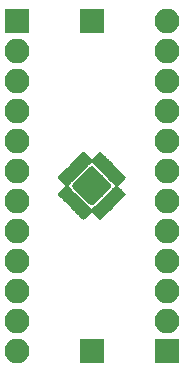
<source format=gbr>
G04 #@! TF.GenerationSoftware,KiCad,Pcbnew,(5.0.0-3-g5ebb6b6)*
G04 #@! TF.CreationDate,2019-01-26T00:17:38+00:00*
G04 #@! TF.ProjectId,QFN24_DIP,51464E32345F4449502E6B696361645F,rev?*
G04 #@! TF.SameCoordinates,Original*
G04 #@! TF.FileFunction,Soldermask,Top*
G04 #@! TF.FilePolarity,Negative*
%FSLAX46Y46*%
G04 Gerber Fmt 4.6, Leading zero omitted, Abs format (unit mm)*
G04 Created by KiCad (PCBNEW (5.0.0-3-g5ebb6b6)) date Saturday, 26 January 2019 at 00:17:38*
%MOMM*%
%LPD*%
G01*
G04 APERTURE LIST*
%ADD10R,2.100000X2.100000*%
%ADD11O,2.100000X2.100000*%
%ADD12C,0.100000*%
%ADD13C,2.500000*%
%ADD14C,0.650000*%
G04 APERTURE END LIST*
D10*
G04 #@! TO.C,J1*
X101600000Y-76200000D03*
D11*
X101600000Y-78740000D03*
X101600000Y-81280000D03*
X101600000Y-83820000D03*
X101600000Y-86360000D03*
X101600000Y-88900000D03*
X101600000Y-91440000D03*
X101600000Y-93980000D03*
X101600000Y-96520000D03*
X101600000Y-99060000D03*
X101600000Y-101600000D03*
X101600000Y-104140000D03*
G04 #@! TD*
G04 #@! TO.C,J2*
X114300000Y-76200000D03*
X114300000Y-78740000D03*
X114300000Y-81280000D03*
X114300000Y-83820000D03*
X114300000Y-86360000D03*
X114300000Y-88900000D03*
X114300000Y-91440000D03*
X114300000Y-93980000D03*
X114300000Y-96520000D03*
X114300000Y-99060000D03*
X114300000Y-101600000D03*
D10*
X114300000Y-104140000D03*
G04 #@! TD*
G04 #@! TO.C,J3*
X107950000Y-76200000D03*
G04 #@! TD*
G04 #@! TO.C,J4*
X107950000Y-104140000D03*
G04 #@! TD*
D12*
G04 #@! TO.C,U1*
G36*
X107979172Y-88526944D02*
X108008063Y-88531230D01*
X108036395Y-88538326D01*
X108063894Y-88548166D01*
X108090297Y-88560654D01*
X108115349Y-88575669D01*
X108138808Y-88593068D01*
X108160449Y-88612682D01*
X109507318Y-89959551D01*
X109526932Y-89981192D01*
X109544331Y-90004651D01*
X109559346Y-90029703D01*
X109571834Y-90056106D01*
X109581674Y-90083605D01*
X109588770Y-90111937D01*
X109593056Y-90140828D01*
X109594489Y-90170000D01*
X109593056Y-90199172D01*
X109588770Y-90228063D01*
X109581674Y-90256395D01*
X109571834Y-90283894D01*
X109559346Y-90310297D01*
X109544331Y-90335349D01*
X109526932Y-90358808D01*
X109507318Y-90380449D01*
X108160449Y-91727318D01*
X108138808Y-91746932D01*
X108115349Y-91764331D01*
X108090297Y-91779346D01*
X108063894Y-91791834D01*
X108036395Y-91801674D01*
X108008063Y-91808770D01*
X107979172Y-91813056D01*
X107950000Y-91814489D01*
X107920828Y-91813056D01*
X107891937Y-91808770D01*
X107863605Y-91801674D01*
X107836106Y-91791834D01*
X107809703Y-91779346D01*
X107784651Y-91764331D01*
X107761192Y-91746932D01*
X107739551Y-91727318D01*
X106392682Y-90380449D01*
X106373068Y-90358808D01*
X106355669Y-90335349D01*
X106340654Y-90310297D01*
X106328166Y-90283894D01*
X106318326Y-90256395D01*
X106311230Y-90228063D01*
X106306944Y-90199172D01*
X106305511Y-90170000D01*
X106306944Y-90140828D01*
X106311230Y-90111937D01*
X106318326Y-90083605D01*
X106328166Y-90056106D01*
X106340654Y-90029703D01*
X106355669Y-90004651D01*
X106373068Y-89981192D01*
X106392682Y-89959551D01*
X107739551Y-88612682D01*
X107761192Y-88593068D01*
X107784651Y-88575669D01*
X107809703Y-88560654D01*
X107836106Y-88548166D01*
X107863605Y-88538326D01*
X107891937Y-88531230D01*
X107920828Y-88526944D01*
X107950000Y-88525511D01*
X107979172Y-88526944D01*
X107979172Y-88526944D01*
G37*
D13*
X107950000Y-90170000D03*
D12*
G36*
X107258821Y-87303599D02*
X107274595Y-87305939D01*
X107290064Y-87309814D01*
X107305079Y-87315187D01*
X107319495Y-87322005D01*
X107333173Y-87330203D01*
X107345982Y-87339703D01*
X107357798Y-87350412D01*
X107958839Y-87951453D01*
X107969548Y-87963269D01*
X107979048Y-87976078D01*
X107987246Y-87989756D01*
X107994064Y-88004172D01*
X107999437Y-88019187D01*
X108003312Y-88034656D01*
X108005652Y-88050430D01*
X108006434Y-88066358D01*
X108005652Y-88082286D01*
X108003312Y-88098060D01*
X107999437Y-88113529D01*
X107994064Y-88128544D01*
X107987246Y-88142960D01*
X107979048Y-88156638D01*
X107969548Y-88169447D01*
X107958839Y-88181263D01*
X107729030Y-88411072D01*
X107717214Y-88421781D01*
X107704405Y-88431281D01*
X107690727Y-88439479D01*
X107676311Y-88446297D01*
X107661296Y-88451670D01*
X107645827Y-88455545D01*
X107630053Y-88457885D01*
X107614125Y-88458667D01*
X107598197Y-88457885D01*
X107582423Y-88455545D01*
X107566954Y-88451670D01*
X107551939Y-88446297D01*
X107537523Y-88439479D01*
X107523845Y-88431281D01*
X107511036Y-88421781D01*
X107499220Y-88411072D01*
X106898179Y-87810031D01*
X106887470Y-87798215D01*
X106877970Y-87785406D01*
X106869772Y-87771728D01*
X106862954Y-87757312D01*
X106857581Y-87742297D01*
X106853706Y-87726828D01*
X106851366Y-87711054D01*
X106850584Y-87695126D01*
X106851366Y-87679198D01*
X106853706Y-87663424D01*
X106857581Y-87647955D01*
X106862954Y-87632940D01*
X106869772Y-87618524D01*
X106877970Y-87604846D01*
X106887470Y-87592037D01*
X106898179Y-87580221D01*
X107127988Y-87350412D01*
X107139804Y-87339703D01*
X107152613Y-87330203D01*
X107166291Y-87322005D01*
X107180707Y-87315187D01*
X107195722Y-87309814D01*
X107211191Y-87305939D01*
X107226965Y-87303599D01*
X107242893Y-87302817D01*
X107258821Y-87303599D01*
X107258821Y-87303599D01*
G37*
D14*
X107428509Y-87880742D03*
D12*
G36*
X106905267Y-87657152D02*
X106921041Y-87659492D01*
X106936510Y-87663367D01*
X106951525Y-87668740D01*
X106965941Y-87675558D01*
X106979619Y-87683756D01*
X106992428Y-87693256D01*
X107004244Y-87703965D01*
X107605285Y-88305006D01*
X107615994Y-88316822D01*
X107625494Y-88329631D01*
X107633692Y-88343309D01*
X107640510Y-88357725D01*
X107645883Y-88372740D01*
X107649758Y-88388209D01*
X107652098Y-88403983D01*
X107652880Y-88419911D01*
X107652098Y-88435839D01*
X107649758Y-88451613D01*
X107645883Y-88467082D01*
X107640510Y-88482097D01*
X107633692Y-88496513D01*
X107625494Y-88510191D01*
X107615994Y-88523000D01*
X107605285Y-88534816D01*
X107375476Y-88764625D01*
X107363660Y-88775334D01*
X107350851Y-88784834D01*
X107337173Y-88793032D01*
X107322757Y-88799850D01*
X107307742Y-88805223D01*
X107292273Y-88809098D01*
X107276499Y-88811438D01*
X107260571Y-88812220D01*
X107244643Y-88811438D01*
X107228869Y-88809098D01*
X107213400Y-88805223D01*
X107198385Y-88799850D01*
X107183969Y-88793032D01*
X107170291Y-88784834D01*
X107157482Y-88775334D01*
X107145666Y-88764625D01*
X106544625Y-88163584D01*
X106533916Y-88151768D01*
X106524416Y-88138959D01*
X106516218Y-88125281D01*
X106509400Y-88110865D01*
X106504027Y-88095850D01*
X106500152Y-88080381D01*
X106497812Y-88064607D01*
X106497030Y-88048679D01*
X106497812Y-88032751D01*
X106500152Y-88016977D01*
X106504027Y-88001508D01*
X106509400Y-87986493D01*
X106516218Y-87972077D01*
X106524416Y-87958399D01*
X106533916Y-87945590D01*
X106544625Y-87933774D01*
X106774434Y-87703965D01*
X106786250Y-87693256D01*
X106799059Y-87683756D01*
X106812737Y-87675558D01*
X106827153Y-87668740D01*
X106842168Y-87663367D01*
X106857637Y-87659492D01*
X106873411Y-87657152D01*
X106889339Y-87656370D01*
X106905267Y-87657152D01*
X106905267Y-87657152D01*
G37*
D14*
X107074955Y-88234295D03*
D12*
G36*
X106551714Y-88010706D02*
X106567488Y-88013046D01*
X106582957Y-88016921D01*
X106597972Y-88022294D01*
X106612388Y-88029112D01*
X106626066Y-88037310D01*
X106638875Y-88046810D01*
X106650691Y-88057519D01*
X107251732Y-88658560D01*
X107262441Y-88670376D01*
X107271941Y-88683185D01*
X107280139Y-88696863D01*
X107286957Y-88711279D01*
X107292330Y-88726294D01*
X107296205Y-88741763D01*
X107298545Y-88757537D01*
X107299327Y-88773465D01*
X107298545Y-88789393D01*
X107296205Y-88805167D01*
X107292330Y-88820636D01*
X107286957Y-88835651D01*
X107280139Y-88850067D01*
X107271941Y-88863745D01*
X107262441Y-88876554D01*
X107251732Y-88888370D01*
X107021923Y-89118179D01*
X107010107Y-89128888D01*
X106997298Y-89138388D01*
X106983620Y-89146586D01*
X106969204Y-89153404D01*
X106954189Y-89158777D01*
X106938720Y-89162652D01*
X106922946Y-89164992D01*
X106907018Y-89165774D01*
X106891090Y-89164992D01*
X106875316Y-89162652D01*
X106859847Y-89158777D01*
X106844832Y-89153404D01*
X106830416Y-89146586D01*
X106816738Y-89138388D01*
X106803929Y-89128888D01*
X106792113Y-89118179D01*
X106191072Y-88517138D01*
X106180363Y-88505322D01*
X106170863Y-88492513D01*
X106162665Y-88478835D01*
X106155847Y-88464419D01*
X106150474Y-88449404D01*
X106146599Y-88433935D01*
X106144259Y-88418161D01*
X106143477Y-88402233D01*
X106144259Y-88386305D01*
X106146599Y-88370531D01*
X106150474Y-88355062D01*
X106155847Y-88340047D01*
X106162665Y-88325631D01*
X106170863Y-88311953D01*
X106180363Y-88299144D01*
X106191072Y-88287328D01*
X106420881Y-88057519D01*
X106432697Y-88046810D01*
X106445506Y-88037310D01*
X106459184Y-88029112D01*
X106473600Y-88022294D01*
X106488615Y-88016921D01*
X106504084Y-88013046D01*
X106519858Y-88010706D01*
X106535786Y-88009924D01*
X106551714Y-88010706D01*
X106551714Y-88010706D01*
G37*
D14*
X106721402Y-88587849D03*
D12*
G36*
X106198161Y-88364259D02*
X106213935Y-88366599D01*
X106229404Y-88370474D01*
X106244419Y-88375847D01*
X106258835Y-88382665D01*
X106272513Y-88390863D01*
X106285322Y-88400363D01*
X106297138Y-88411072D01*
X106898179Y-89012113D01*
X106908888Y-89023929D01*
X106918388Y-89036738D01*
X106926586Y-89050416D01*
X106933404Y-89064832D01*
X106938777Y-89079847D01*
X106942652Y-89095316D01*
X106944992Y-89111090D01*
X106945774Y-89127018D01*
X106944992Y-89142946D01*
X106942652Y-89158720D01*
X106938777Y-89174189D01*
X106933404Y-89189204D01*
X106926586Y-89203620D01*
X106918388Y-89217298D01*
X106908888Y-89230107D01*
X106898179Y-89241923D01*
X106668370Y-89471732D01*
X106656554Y-89482441D01*
X106643745Y-89491941D01*
X106630067Y-89500139D01*
X106615651Y-89506957D01*
X106600636Y-89512330D01*
X106585167Y-89516205D01*
X106569393Y-89518545D01*
X106553465Y-89519327D01*
X106537537Y-89518545D01*
X106521763Y-89516205D01*
X106506294Y-89512330D01*
X106491279Y-89506957D01*
X106476863Y-89500139D01*
X106463185Y-89491941D01*
X106450376Y-89482441D01*
X106438560Y-89471732D01*
X105837519Y-88870691D01*
X105826810Y-88858875D01*
X105817310Y-88846066D01*
X105809112Y-88832388D01*
X105802294Y-88817972D01*
X105796921Y-88802957D01*
X105793046Y-88787488D01*
X105790706Y-88771714D01*
X105789924Y-88755786D01*
X105790706Y-88739858D01*
X105793046Y-88724084D01*
X105796921Y-88708615D01*
X105802294Y-88693600D01*
X105809112Y-88679184D01*
X105817310Y-88665506D01*
X105826810Y-88652697D01*
X105837519Y-88640881D01*
X106067328Y-88411072D01*
X106079144Y-88400363D01*
X106091953Y-88390863D01*
X106105631Y-88382665D01*
X106120047Y-88375847D01*
X106135062Y-88370474D01*
X106150531Y-88366599D01*
X106166305Y-88364259D01*
X106182233Y-88363477D01*
X106198161Y-88364259D01*
X106198161Y-88364259D01*
G37*
D14*
X106367849Y-88941402D03*
D12*
G36*
X105844607Y-88717812D02*
X105860381Y-88720152D01*
X105875850Y-88724027D01*
X105890865Y-88729400D01*
X105905281Y-88736218D01*
X105918959Y-88744416D01*
X105931768Y-88753916D01*
X105943584Y-88764625D01*
X106544625Y-89365666D01*
X106555334Y-89377482D01*
X106564834Y-89390291D01*
X106573032Y-89403969D01*
X106579850Y-89418385D01*
X106585223Y-89433400D01*
X106589098Y-89448869D01*
X106591438Y-89464643D01*
X106592220Y-89480571D01*
X106591438Y-89496499D01*
X106589098Y-89512273D01*
X106585223Y-89527742D01*
X106579850Y-89542757D01*
X106573032Y-89557173D01*
X106564834Y-89570851D01*
X106555334Y-89583660D01*
X106544625Y-89595476D01*
X106314816Y-89825285D01*
X106303000Y-89835994D01*
X106290191Y-89845494D01*
X106276513Y-89853692D01*
X106262097Y-89860510D01*
X106247082Y-89865883D01*
X106231613Y-89869758D01*
X106215839Y-89872098D01*
X106199911Y-89872880D01*
X106183983Y-89872098D01*
X106168209Y-89869758D01*
X106152740Y-89865883D01*
X106137725Y-89860510D01*
X106123309Y-89853692D01*
X106109631Y-89845494D01*
X106096822Y-89835994D01*
X106085006Y-89825285D01*
X105483965Y-89224244D01*
X105473256Y-89212428D01*
X105463756Y-89199619D01*
X105455558Y-89185941D01*
X105448740Y-89171525D01*
X105443367Y-89156510D01*
X105439492Y-89141041D01*
X105437152Y-89125267D01*
X105436370Y-89109339D01*
X105437152Y-89093411D01*
X105439492Y-89077637D01*
X105443367Y-89062168D01*
X105448740Y-89047153D01*
X105455558Y-89032737D01*
X105463756Y-89019059D01*
X105473256Y-89006250D01*
X105483965Y-88994434D01*
X105713774Y-88764625D01*
X105725590Y-88753916D01*
X105738399Y-88744416D01*
X105752077Y-88736218D01*
X105766493Y-88729400D01*
X105781508Y-88724027D01*
X105796977Y-88720152D01*
X105812751Y-88717812D01*
X105828679Y-88717030D01*
X105844607Y-88717812D01*
X105844607Y-88717812D01*
G37*
D14*
X106014295Y-89294955D03*
D12*
G36*
X105491054Y-89071366D02*
X105506828Y-89073706D01*
X105522297Y-89077581D01*
X105537312Y-89082954D01*
X105551728Y-89089772D01*
X105565406Y-89097970D01*
X105578215Y-89107470D01*
X105590031Y-89118179D01*
X106191072Y-89719220D01*
X106201781Y-89731036D01*
X106211281Y-89743845D01*
X106219479Y-89757523D01*
X106226297Y-89771939D01*
X106231670Y-89786954D01*
X106235545Y-89802423D01*
X106237885Y-89818197D01*
X106238667Y-89834125D01*
X106237885Y-89850053D01*
X106235545Y-89865827D01*
X106231670Y-89881296D01*
X106226297Y-89896311D01*
X106219479Y-89910727D01*
X106211281Y-89924405D01*
X106201781Y-89937214D01*
X106191072Y-89949030D01*
X105961263Y-90178839D01*
X105949447Y-90189548D01*
X105936638Y-90199048D01*
X105922960Y-90207246D01*
X105908544Y-90214064D01*
X105893529Y-90219437D01*
X105878060Y-90223312D01*
X105862286Y-90225652D01*
X105846358Y-90226434D01*
X105830430Y-90225652D01*
X105814656Y-90223312D01*
X105799187Y-90219437D01*
X105784172Y-90214064D01*
X105769756Y-90207246D01*
X105756078Y-90199048D01*
X105743269Y-90189548D01*
X105731453Y-90178839D01*
X105130412Y-89577798D01*
X105119703Y-89565982D01*
X105110203Y-89553173D01*
X105102005Y-89539495D01*
X105095187Y-89525079D01*
X105089814Y-89510064D01*
X105085939Y-89494595D01*
X105083599Y-89478821D01*
X105082817Y-89462893D01*
X105083599Y-89446965D01*
X105085939Y-89431191D01*
X105089814Y-89415722D01*
X105095187Y-89400707D01*
X105102005Y-89386291D01*
X105110203Y-89372613D01*
X105119703Y-89359804D01*
X105130412Y-89347988D01*
X105360221Y-89118179D01*
X105372037Y-89107470D01*
X105384846Y-89097970D01*
X105398524Y-89089772D01*
X105412940Y-89082954D01*
X105427955Y-89077581D01*
X105443424Y-89073706D01*
X105459198Y-89071366D01*
X105475126Y-89070584D01*
X105491054Y-89071366D01*
X105491054Y-89071366D01*
G37*
D14*
X105660742Y-89648509D03*
D12*
G36*
X105862286Y-90114348D02*
X105878060Y-90116688D01*
X105893529Y-90120563D01*
X105908544Y-90125936D01*
X105922960Y-90132754D01*
X105936638Y-90140952D01*
X105949447Y-90150452D01*
X105961263Y-90161161D01*
X106191072Y-90390970D01*
X106201781Y-90402786D01*
X106211281Y-90415595D01*
X106219479Y-90429273D01*
X106226297Y-90443689D01*
X106231670Y-90458704D01*
X106235545Y-90474173D01*
X106237885Y-90489947D01*
X106238667Y-90505875D01*
X106237885Y-90521803D01*
X106235545Y-90537577D01*
X106231670Y-90553046D01*
X106226297Y-90568061D01*
X106219479Y-90582477D01*
X106211281Y-90596155D01*
X106201781Y-90608964D01*
X106191072Y-90620780D01*
X105590031Y-91221821D01*
X105578215Y-91232530D01*
X105565406Y-91242030D01*
X105551728Y-91250228D01*
X105537312Y-91257046D01*
X105522297Y-91262419D01*
X105506828Y-91266294D01*
X105491054Y-91268634D01*
X105475126Y-91269416D01*
X105459198Y-91268634D01*
X105443424Y-91266294D01*
X105427955Y-91262419D01*
X105412940Y-91257046D01*
X105398524Y-91250228D01*
X105384846Y-91242030D01*
X105372037Y-91232530D01*
X105360221Y-91221821D01*
X105130412Y-90992012D01*
X105119703Y-90980196D01*
X105110203Y-90967387D01*
X105102005Y-90953709D01*
X105095187Y-90939293D01*
X105089814Y-90924278D01*
X105085939Y-90908809D01*
X105083599Y-90893035D01*
X105082817Y-90877107D01*
X105083599Y-90861179D01*
X105085939Y-90845405D01*
X105089814Y-90829936D01*
X105095187Y-90814921D01*
X105102005Y-90800505D01*
X105110203Y-90786827D01*
X105119703Y-90774018D01*
X105130412Y-90762202D01*
X105731453Y-90161161D01*
X105743269Y-90150452D01*
X105756078Y-90140952D01*
X105769756Y-90132754D01*
X105784172Y-90125936D01*
X105799187Y-90120563D01*
X105814656Y-90116688D01*
X105830430Y-90114348D01*
X105846358Y-90113566D01*
X105862286Y-90114348D01*
X105862286Y-90114348D01*
G37*
D14*
X105660742Y-90691491D03*
D12*
G36*
X106215839Y-90467902D02*
X106231613Y-90470242D01*
X106247082Y-90474117D01*
X106262097Y-90479490D01*
X106276513Y-90486308D01*
X106290191Y-90494506D01*
X106303000Y-90504006D01*
X106314816Y-90514715D01*
X106544625Y-90744524D01*
X106555334Y-90756340D01*
X106564834Y-90769149D01*
X106573032Y-90782827D01*
X106579850Y-90797243D01*
X106585223Y-90812258D01*
X106589098Y-90827727D01*
X106591438Y-90843501D01*
X106592220Y-90859429D01*
X106591438Y-90875357D01*
X106589098Y-90891131D01*
X106585223Y-90906600D01*
X106579850Y-90921615D01*
X106573032Y-90936031D01*
X106564834Y-90949709D01*
X106555334Y-90962518D01*
X106544625Y-90974334D01*
X105943584Y-91575375D01*
X105931768Y-91586084D01*
X105918959Y-91595584D01*
X105905281Y-91603782D01*
X105890865Y-91610600D01*
X105875850Y-91615973D01*
X105860381Y-91619848D01*
X105844607Y-91622188D01*
X105828679Y-91622970D01*
X105812751Y-91622188D01*
X105796977Y-91619848D01*
X105781508Y-91615973D01*
X105766493Y-91610600D01*
X105752077Y-91603782D01*
X105738399Y-91595584D01*
X105725590Y-91586084D01*
X105713774Y-91575375D01*
X105483965Y-91345566D01*
X105473256Y-91333750D01*
X105463756Y-91320941D01*
X105455558Y-91307263D01*
X105448740Y-91292847D01*
X105443367Y-91277832D01*
X105439492Y-91262363D01*
X105437152Y-91246589D01*
X105436370Y-91230661D01*
X105437152Y-91214733D01*
X105439492Y-91198959D01*
X105443367Y-91183490D01*
X105448740Y-91168475D01*
X105455558Y-91154059D01*
X105463756Y-91140381D01*
X105473256Y-91127572D01*
X105483965Y-91115756D01*
X106085006Y-90514715D01*
X106096822Y-90504006D01*
X106109631Y-90494506D01*
X106123309Y-90486308D01*
X106137725Y-90479490D01*
X106152740Y-90474117D01*
X106168209Y-90470242D01*
X106183983Y-90467902D01*
X106199911Y-90467120D01*
X106215839Y-90467902D01*
X106215839Y-90467902D01*
G37*
D14*
X106014295Y-91045045D03*
D12*
G36*
X106569393Y-90821455D02*
X106585167Y-90823795D01*
X106600636Y-90827670D01*
X106615651Y-90833043D01*
X106630067Y-90839861D01*
X106643745Y-90848059D01*
X106656554Y-90857559D01*
X106668370Y-90868268D01*
X106898179Y-91098077D01*
X106908888Y-91109893D01*
X106918388Y-91122702D01*
X106926586Y-91136380D01*
X106933404Y-91150796D01*
X106938777Y-91165811D01*
X106942652Y-91181280D01*
X106944992Y-91197054D01*
X106945774Y-91212982D01*
X106944992Y-91228910D01*
X106942652Y-91244684D01*
X106938777Y-91260153D01*
X106933404Y-91275168D01*
X106926586Y-91289584D01*
X106918388Y-91303262D01*
X106908888Y-91316071D01*
X106898179Y-91327887D01*
X106297138Y-91928928D01*
X106285322Y-91939637D01*
X106272513Y-91949137D01*
X106258835Y-91957335D01*
X106244419Y-91964153D01*
X106229404Y-91969526D01*
X106213935Y-91973401D01*
X106198161Y-91975741D01*
X106182233Y-91976523D01*
X106166305Y-91975741D01*
X106150531Y-91973401D01*
X106135062Y-91969526D01*
X106120047Y-91964153D01*
X106105631Y-91957335D01*
X106091953Y-91949137D01*
X106079144Y-91939637D01*
X106067328Y-91928928D01*
X105837519Y-91699119D01*
X105826810Y-91687303D01*
X105817310Y-91674494D01*
X105809112Y-91660816D01*
X105802294Y-91646400D01*
X105796921Y-91631385D01*
X105793046Y-91615916D01*
X105790706Y-91600142D01*
X105789924Y-91584214D01*
X105790706Y-91568286D01*
X105793046Y-91552512D01*
X105796921Y-91537043D01*
X105802294Y-91522028D01*
X105809112Y-91507612D01*
X105817310Y-91493934D01*
X105826810Y-91481125D01*
X105837519Y-91469309D01*
X106438560Y-90868268D01*
X106450376Y-90857559D01*
X106463185Y-90848059D01*
X106476863Y-90839861D01*
X106491279Y-90833043D01*
X106506294Y-90827670D01*
X106521763Y-90823795D01*
X106537537Y-90821455D01*
X106553465Y-90820673D01*
X106569393Y-90821455D01*
X106569393Y-90821455D01*
G37*
D14*
X106367849Y-91398598D03*
D12*
G36*
X106922946Y-91175008D02*
X106938720Y-91177348D01*
X106954189Y-91181223D01*
X106969204Y-91186596D01*
X106983620Y-91193414D01*
X106997298Y-91201612D01*
X107010107Y-91211112D01*
X107021923Y-91221821D01*
X107251732Y-91451630D01*
X107262441Y-91463446D01*
X107271941Y-91476255D01*
X107280139Y-91489933D01*
X107286957Y-91504349D01*
X107292330Y-91519364D01*
X107296205Y-91534833D01*
X107298545Y-91550607D01*
X107299327Y-91566535D01*
X107298545Y-91582463D01*
X107296205Y-91598237D01*
X107292330Y-91613706D01*
X107286957Y-91628721D01*
X107280139Y-91643137D01*
X107271941Y-91656815D01*
X107262441Y-91669624D01*
X107251732Y-91681440D01*
X106650691Y-92282481D01*
X106638875Y-92293190D01*
X106626066Y-92302690D01*
X106612388Y-92310888D01*
X106597972Y-92317706D01*
X106582957Y-92323079D01*
X106567488Y-92326954D01*
X106551714Y-92329294D01*
X106535786Y-92330076D01*
X106519858Y-92329294D01*
X106504084Y-92326954D01*
X106488615Y-92323079D01*
X106473600Y-92317706D01*
X106459184Y-92310888D01*
X106445506Y-92302690D01*
X106432697Y-92293190D01*
X106420881Y-92282481D01*
X106191072Y-92052672D01*
X106180363Y-92040856D01*
X106170863Y-92028047D01*
X106162665Y-92014369D01*
X106155847Y-91999953D01*
X106150474Y-91984938D01*
X106146599Y-91969469D01*
X106144259Y-91953695D01*
X106143477Y-91937767D01*
X106144259Y-91921839D01*
X106146599Y-91906065D01*
X106150474Y-91890596D01*
X106155847Y-91875581D01*
X106162665Y-91861165D01*
X106170863Y-91847487D01*
X106180363Y-91834678D01*
X106191072Y-91822862D01*
X106792113Y-91221821D01*
X106803929Y-91211112D01*
X106816738Y-91201612D01*
X106830416Y-91193414D01*
X106844832Y-91186596D01*
X106859847Y-91181223D01*
X106875316Y-91177348D01*
X106891090Y-91175008D01*
X106907018Y-91174226D01*
X106922946Y-91175008D01*
X106922946Y-91175008D01*
G37*
D14*
X106721402Y-91752151D03*
D12*
G36*
X107276499Y-91528562D02*
X107292273Y-91530902D01*
X107307742Y-91534777D01*
X107322757Y-91540150D01*
X107337173Y-91546968D01*
X107350851Y-91555166D01*
X107363660Y-91564666D01*
X107375476Y-91575375D01*
X107605285Y-91805184D01*
X107615994Y-91817000D01*
X107625494Y-91829809D01*
X107633692Y-91843487D01*
X107640510Y-91857903D01*
X107645883Y-91872918D01*
X107649758Y-91888387D01*
X107652098Y-91904161D01*
X107652880Y-91920089D01*
X107652098Y-91936017D01*
X107649758Y-91951791D01*
X107645883Y-91967260D01*
X107640510Y-91982275D01*
X107633692Y-91996691D01*
X107625494Y-92010369D01*
X107615994Y-92023178D01*
X107605285Y-92034994D01*
X107004244Y-92636035D01*
X106992428Y-92646744D01*
X106979619Y-92656244D01*
X106965941Y-92664442D01*
X106951525Y-92671260D01*
X106936510Y-92676633D01*
X106921041Y-92680508D01*
X106905267Y-92682848D01*
X106889339Y-92683630D01*
X106873411Y-92682848D01*
X106857637Y-92680508D01*
X106842168Y-92676633D01*
X106827153Y-92671260D01*
X106812737Y-92664442D01*
X106799059Y-92656244D01*
X106786250Y-92646744D01*
X106774434Y-92636035D01*
X106544625Y-92406226D01*
X106533916Y-92394410D01*
X106524416Y-92381601D01*
X106516218Y-92367923D01*
X106509400Y-92353507D01*
X106504027Y-92338492D01*
X106500152Y-92323023D01*
X106497812Y-92307249D01*
X106497030Y-92291321D01*
X106497812Y-92275393D01*
X106500152Y-92259619D01*
X106504027Y-92244150D01*
X106509400Y-92229135D01*
X106516218Y-92214719D01*
X106524416Y-92201041D01*
X106533916Y-92188232D01*
X106544625Y-92176416D01*
X107145666Y-91575375D01*
X107157482Y-91564666D01*
X107170291Y-91555166D01*
X107183969Y-91546968D01*
X107198385Y-91540150D01*
X107213400Y-91534777D01*
X107228869Y-91530902D01*
X107244643Y-91528562D01*
X107260571Y-91527780D01*
X107276499Y-91528562D01*
X107276499Y-91528562D01*
G37*
D14*
X107074955Y-92105705D03*
D12*
G36*
X107630053Y-91882115D02*
X107645827Y-91884455D01*
X107661296Y-91888330D01*
X107676311Y-91893703D01*
X107690727Y-91900521D01*
X107704405Y-91908719D01*
X107717214Y-91918219D01*
X107729030Y-91928928D01*
X107958839Y-92158737D01*
X107969548Y-92170553D01*
X107979048Y-92183362D01*
X107987246Y-92197040D01*
X107994064Y-92211456D01*
X107999437Y-92226471D01*
X108003312Y-92241940D01*
X108005652Y-92257714D01*
X108006434Y-92273642D01*
X108005652Y-92289570D01*
X108003312Y-92305344D01*
X107999437Y-92320813D01*
X107994064Y-92335828D01*
X107987246Y-92350244D01*
X107979048Y-92363922D01*
X107969548Y-92376731D01*
X107958839Y-92388547D01*
X107357798Y-92989588D01*
X107345982Y-93000297D01*
X107333173Y-93009797D01*
X107319495Y-93017995D01*
X107305079Y-93024813D01*
X107290064Y-93030186D01*
X107274595Y-93034061D01*
X107258821Y-93036401D01*
X107242893Y-93037183D01*
X107226965Y-93036401D01*
X107211191Y-93034061D01*
X107195722Y-93030186D01*
X107180707Y-93024813D01*
X107166291Y-93017995D01*
X107152613Y-93009797D01*
X107139804Y-93000297D01*
X107127988Y-92989588D01*
X106898179Y-92759779D01*
X106887470Y-92747963D01*
X106877970Y-92735154D01*
X106869772Y-92721476D01*
X106862954Y-92707060D01*
X106857581Y-92692045D01*
X106853706Y-92676576D01*
X106851366Y-92660802D01*
X106850584Y-92644874D01*
X106851366Y-92628946D01*
X106853706Y-92613172D01*
X106857581Y-92597703D01*
X106862954Y-92582688D01*
X106869772Y-92568272D01*
X106877970Y-92554594D01*
X106887470Y-92541785D01*
X106898179Y-92529969D01*
X107499220Y-91928928D01*
X107511036Y-91918219D01*
X107523845Y-91908719D01*
X107537523Y-91900521D01*
X107551939Y-91893703D01*
X107566954Y-91888330D01*
X107582423Y-91884455D01*
X107598197Y-91882115D01*
X107614125Y-91881333D01*
X107630053Y-91882115D01*
X107630053Y-91882115D01*
G37*
D14*
X107428509Y-92459258D03*
D12*
G36*
X108301803Y-91882115D02*
X108317577Y-91884455D01*
X108333046Y-91888330D01*
X108348061Y-91893703D01*
X108362477Y-91900521D01*
X108376155Y-91908719D01*
X108388964Y-91918219D01*
X108400780Y-91928928D01*
X109001821Y-92529969D01*
X109012530Y-92541785D01*
X109022030Y-92554594D01*
X109030228Y-92568272D01*
X109037046Y-92582688D01*
X109042419Y-92597703D01*
X109046294Y-92613172D01*
X109048634Y-92628946D01*
X109049416Y-92644874D01*
X109048634Y-92660802D01*
X109046294Y-92676576D01*
X109042419Y-92692045D01*
X109037046Y-92707060D01*
X109030228Y-92721476D01*
X109022030Y-92735154D01*
X109012530Y-92747963D01*
X109001821Y-92759779D01*
X108772012Y-92989588D01*
X108760196Y-93000297D01*
X108747387Y-93009797D01*
X108733709Y-93017995D01*
X108719293Y-93024813D01*
X108704278Y-93030186D01*
X108688809Y-93034061D01*
X108673035Y-93036401D01*
X108657107Y-93037183D01*
X108641179Y-93036401D01*
X108625405Y-93034061D01*
X108609936Y-93030186D01*
X108594921Y-93024813D01*
X108580505Y-93017995D01*
X108566827Y-93009797D01*
X108554018Y-93000297D01*
X108542202Y-92989588D01*
X107941161Y-92388547D01*
X107930452Y-92376731D01*
X107920952Y-92363922D01*
X107912754Y-92350244D01*
X107905936Y-92335828D01*
X107900563Y-92320813D01*
X107896688Y-92305344D01*
X107894348Y-92289570D01*
X107893566Y-92273642D01*
X107894348Y-92257714D01*
X107896688Y-92241940D01*
X107900563Y-92226471D01*
X107905936Y-92211456D01*
X107912754Y-92197040D01*
X107920952Y-92183362D01*
X107930452Y-92170553D01*
X107941161Y-92158737D01*
X108170970Y-91928928D01*
X108182786Y-91918219D01*
X108195595Y-91908719D01*
X108209273Y-91900521D01*
X108223689Y-91893703D01*
X108238704Y-91888330D01*
X108254173Y-91884455D01*
X108269947Y-91882115D01*
X108285875Y-91881333D01*
X108301803Y-91882115D01*
X108301803Y-91882115D01*
G37*
D14*
X108471491Y-92459258D03*
D12*
G36*
X108655357Y-91528562D02*
X108671131Y-91530902D01*
X108686600Y-91534777D01*
X108701615Y-91540150D01*
X108716031Y-91546968D01*
X108729709Y-91555166D01*
X108742518Y-91564666D01*
X108754334Y-91575375D01*
X109355375Y-92176416D01*
X109366084Y-92188232D01*
X109375584Y-92201041D01*
X109383782Y-92214719D01*
X109390600Y-92229135D01*
X109395973Y-92244150D01*
X109399848Y-92259619D01*
X109402188Y-92275393D01*
X109402970Y-92291321D01*
X109402188Y-92307249D01*
X109399848Y-92323023D01*
X109395973Y-92338492D01*
X109390600Y-92353507D01*
X109383782Y-92367923D01*
X109375584Y-92381601D01*
X109366084Y-92394410D01*
X109355375Y-92406226D01*
X109125566Y-92636035D01*
X109113750Y-92646744D01*
X109100941Y-92656244D01*
X109087263Y-92664442D01*
X109072847Y-92671260D01*
X109057832Y-92676633D01*
X109042363Y-92680508D01*
X109026589Y-92682848D01*
X109010661Y-92683630D01*
X108994733Y-92682848D01*
X108978959Y-92680508D01*
X108963490Y-92676633D01*
X108948475Y-92671260D01*
X108934059Y-92664442D01*
X108920381Y-92656244D01*
X108907572Y-92646744D01*
X108895756Y-92636035D01*
X108294715Y-92034994D01*
X108284006Y-92023178D01*
X108274506Y-92010369D01*
X108266308Y-91996691D01*
X108259490Y-91982275D01*
X108254117Y-91967260D01*
X108250242Y-91951791D01*
X108247902Y-91936017D01*
X108247120Y-91920089D01*
X108247902Y-91904161D01*
X108250242Y-91888387D01*
X108254117Y-91872918D01*
X108259490Y-91857903D01*
X108266308Y-91843487D01*
X108274506Y-91829809D01*
X108284006Y-91817000D01*
X108294715Y-91805184D01*
X108524524Y-91575375D01*
X108536340Y-91564666D01*
X108549149Y-91555166D01*
X108562827Y-91546968D01*
X108577243Y-91540150D01*
X108592258Y-91534777D01*
X108607727Y-91530902D01*
X108623501Y-91528562D01*
X108639429Y-91527780D01*
X108655357Y-91528562D01*
X108655357Y-91528562D01*
G37*
D14*
X108825045Y-92105705D03*
D12*
G36*
X109008910Y-91175008D02*
X109024684Y-91177348D01*
X109040153Y-91181223D01*
X109055168Y-91186596D01*
X109069584Y-91193414D01*
X109083262Y-91201612D01*
X109096071Y-91211112D01*
X109107887Y-91221821D01*
X109708928Y-91822862D01*
X109719637Y-91834678D01*
X109729137Y-91847487D01*
X109737335Y-91861165D01*
X109744153Y-91875581D01*
X109749526Y-91890596D01*
X109753401Y-91906065D01*
X109755741Y-91921839D01*
X109756523Y-91937767D01*
X109755741Y-91953695D01*
X109753401Y-91969469D01*
X109749526Y-91984938D01*
X109744153Y-91999953D01*
X109737335Y-92014369D01*
X109729137Y-92028047D01*
X109719637Y-92040856D01*
X109708928Y-92052672D01*
X109479119Y-92282481D01*
X109467303Y-92293190D01*
X109454494Y-92302690D01*
X109440816Y-92310888D01*
X109426400Y-92317706D01*
X109411385Y-92323079D01*
X109395916Y-92326954D01*
X109380142Y-92329294D01*
X109364214Y-92330076D01*
X109348286Y-92329294D01*
X109332512Y-92326954D01*
X109317043Y-92323079D01*
X109302028Y-92317706D01*
X109287612Y-92310888D01*
X109273934Y-92302690D01*
X109261125Y-92293190D01*
X109249309Y-92282481D01*
X108648268Y-91681440D01*
X108637559Y-91669624D01*
X108628059Y-91656815D01*
X108619861Y-91643137D01*
X108613043Y-91628721D01*
X108607670Y-91613706D01*
X108603795Y-91598237D01*
X108601455Y-91582463D01*
X108600673Y-91566535D01*
X108601455Y-91550607D01*
X108603795Y-91534833D01*
X108607670Y-91519364D01*
X108613043Y-91504349D01*
X108619861Y-91489933D01*
X108628059Y-91476255D01*
X108637559Y-91463446D01*
X108648268Y-91451630D01*
X108878077Y-91221821D01*
X108889893Y-91211112D01*
X108902702Y-91201612D01*
X108916380Y-91193414D01*
X108930796Y-91186596D01*
X108945811Y-91181223D01*
X108961280Y-91177348D01*
X108977054Y-91175008D01*
X108992982Y-91174226D01*
X109008910Y-91175008D01*
X109008910Y-91175008D01*
G37*
D14*
X109178598Y-91752151D03*
D12*
G36*
X109362463Y-90821455D02*
X109378237Y-90823795D01*
X109393706Y-90827670D01*
X109408721Y-90833043D01*
X109423137Y-90839861D01*
X109436815Y-90848059D01*
X109449624Y-90857559D01*
X109461440Y-90868268D01*
X110062481Y-91469309D01*
X110073190Y-91481125D01*
X110082690Y-91493934D01*
X110090888Y-91507612D01*
X110097706Y-91522028D01*
X110103079Y-91537043D01*
X110106954Y-91552512D01*
X110109294Y-91568286D01*
X110110076Y-91584214D01*
X110109294Y-91600142D01*
X110106954Y-91615916D01*
X110103079Y-91631385D01*
X110097706Y-91646400D01*
X110090888Y-91660816D01*
X110082690Y-91674494D01*
X110073190Y-91687303D01*
X110062481Y-91699119D01*
X109832672Y-91928928D01*
X109820856Y-91939637D01*
X109808047Y-91949137D01*
X109794369Y-91957335D01*
X109779953Y-91964153D01*
X109764938Y-91969526D01*
X109749469Y-91973401D01*
X109733695Y-91975741D01*
X109717767Y-91976523D01*
X109701839Y-91975741D01*
X109686065Y-91973401D01*
X109670596Y-91969526D01*
X109655581Y-91964153D01*
X109641165Y-91957335D01*
X109627487Y-91949137D01*
X109614678Y-91939637D01*
X109602862Y-91928928D01*
X109001821Y-91327887D01*
X108991112Y-91316071D01*
X108981612Y-91303262D01*
X108973414Y-91289584D01*
X108966596Y-91275168D01*
X108961223Y-91260153D01*
X108957348Y-91244684D01*
X108955008Y-91228910D01*
X108954226Y-91212982D01*
X108955008Y-91197054D01*
X108957348Y-91181280D01*
X108961223Y-91165811D01*
X108966596Y-91150796D01*
X108973414Y-91136380D01*
X108981612Y-91122702D01*
X108991112Y-91109893D01*
X109001821Y-91098077D01*
X109231630Y-90868268D01*
X109243446Y-90857559D01*
X109256255Y-90848059D01*
X109269933Y-90839861D01*
X109284349Y-90833043D01*
X109299364Y-90827670D01*
X109314833Y-90823795D01*
X109330607Y-90821455D01*
X109346535Y-90820673D01*
X109362463Y-90821455D01*
X109362463Y-90821455D01*
G37*
D14*
X109532151Y-91398598D03*
D12*
G36*
X109716017Y-90467902D02*
X109731791Y-90470242D01*
X109747260Y-90474117D01*
X109762275Y-90479490D01*
X109776691Y-90486308D01*
X109790369Y-90494506D01*
X109803178Y-90504006D01*
X109814994Y-90514715D01*
X110416035Y-91115756D01*
X110426744Y-91127572D01*
X110436244Y-91140381D01*
X110444442Y-91154059D01*
X110451260Y-91168475D01*
X110456633Y-91183490D01*
X110460508Y-91198959D01*
X110462848Y-91214733D01*
X110463630Y-91230661D01*
X110462848Y-91246589D01*
X110460508Y-91262363D01*
X110456633Y-91277832D01*
X110451260Y-91292847D01*
X110444442Y-91307263D01*
X110436244Y-91320941D01*
X110426744Y-91333750D01*
X110416035Y-91345566D01*
X110186226Y-91575375D01*
X110174410Y-91586084D01*
X110161601Y-91595584D01*
X110147923Y-91603782D01*
X110133507Y-91610600D01*
X110118492Y-91615973D01*
X110103023Y-91619848D01*
X110087249Y-91622188D01*
X110071321Y-91622970D01*
X110055393Y-91622188D01*
X110039619Y-91619848D01*
X110024150Y-91615973D01*
X110009135Y-91610600D01*
X109994719Y-91603782D01*
X109981041Y-91595584D01*
X109968232Y-91586084D01*
X109956416Y-91575375D01*
X109355375Y-90974334D01*
X109344666Y-90962518D01*
X109335166Y-90949709D01*
X109326968Y-90936031D01*
X109320150Y-90921615D01*
X109314777Y-90906600D01*
X109310902Y-90891131D01*
X109308562Y-90875357D01*
X109307780Y-90859429D01*
X109308562Y-90843501D01*
X109310902Y-90827727D01*
X109314777Y-90812258D01*
X109320150Y-90797243D01*
X109326968Y-90782827D01*
X109335166Y-90769149D01*
X109344666Y-90756340D01*
X109355375Y-90744524D01*
X109585184Y-90514715D01*
X109597000Y-90504006D01*
X109609809Y-90494506D01*
X109623487Y-90486308D01*
X109637903Y-90479490D01*
X109652918Y-90474117D01*
X109668387Y-90470242D01*
X109684161Y-90467902D01*
X109700089Y-90467120D01*
X109716017Y-90467902D01*
X109716017Y-90467902D01*
G37*
D14*
X109885705Y-91045045D03*
D12*
G36*
X110069570Y-90114348D02*
X110085344Y-90116688D01*
X110100813Y-90120563D01*
X110115828Y-90125936D01*
X110130244Y-90132754D01*
X110143922Y-90140952D01*
X110156731Y-90150452D01*
X110168547Y-90161161D01*
X110769588Y-90762202D01*
X110780297Y-90774018D01*
X110789797Y-90786827D01*
X110797995Y-90800505D01*
X110804813Y-90814921D01*
X110810186Y-90829936D01*
X110814061Y-90845405D01*
X110816401Y-90861179D01*
X110817183Y-90877107D01*
X110816401Y-90893035D01*
X110814061Y-90908809D01*
X110810186Y-90924278D01*
X110804813Y-90939293D01*
X110797995Y-90953709D01*
X110789797Y-90967387D01*
X110780297Y-90980196D01*
X110769588Y-90992012D01*
X110539779Y-91221821D01*
X110527963Y-91232530D01*
X110515154Y-91242030D01*
X110501476Y-91250228D01*
X110487060Y-91257046D01*
X110472045Y-91262419D01*
X110456576Y-91266294D01*
X110440802Y-91268634D01*
X110424874Y-91269416D01*
X110408946Y-91268634D01*
X110393172Y-91266294D01*
X110377703Y-91262419D01*
X110362688Y-91257046D01*
X110348272Y-91250228D01*
X110334594Y-91242030D01*
X110321785Y-91232530D01*
X110309969Y-91221821D01*
X109708928Y-90620780D01*
X109698219Y-90608964D01*
X109688719Y-90596155D01*
X109680521Y-90582477D01*
X109673703Y-90568061D01*
X109668330Y-90553046D01*
X109664455Y-90537577D01*
X109662115Y-90521803D01*
X109661333Y-90505875D01*
X109662115Y-90489947D01*
X109664455Y-90474173D01*
X109668330Y-90458704D01*
X109673703Y-90443689D01*
X109680521Y-90429273D01*
X109688719Y-90415595D01*
X109698219Y-90402786D01*
X109708928Y-90390970D01*
X109938737Y-90161161D01*
X109950553Y-90150452D01*
X109963362Y-90140952D01*
X109977040Y-90132754D01*
X109991456Y-90125936D01*
X110006471Y-90120563D01*
X110021940Y-90116688D01*
X110037714Y-90114348D01*
X110053642Y-90113566D01*
X110069570Y-90114348D01*
X110069570Y-90114348D01*
G37*
D14*
X110239258Y-90691491D03*
D12*
G36*
X110440802Y-89071366D02*
X110456576Y-89073706D01*
X110472045Y-89077581D01*
X110487060Y-89082954D01*
X110501476Y-89089772D01*
X110515154Y-89097970D01*
X110527963Y-89107470D01*
X110539779Y-89118179D01*
X110769588Y-89347988D01*
X110780297Y-89359804D01*
X110789797Y-89372613D01*
X110797995Y-89386291D01*
X110804813Y-89400707D01*
X110810186Y-89415722D01*
X110814061Y-89431191D01*
X110816401Y-89446965D01*
X110817183Y-89462893D01*
X110816401Y-89478821D01*
X110814061Y-89494595D01*
X110810186Y-89510064D01*
X110804813Y-89525079D01*
X110797995Y-89539495D01*
X110789797Y-89553173D01*
X110780297Y-89565982D01*
X110769588Y-89577798D01*
X110168547Y-90178839D01*
X110156731Y-90189548D01*
X110143922Y-90199048D01*
X110130244Y-90207246D01*
X110115828Y-90214064D01*
X110100813Y-90219437D01*
X110085344Y-90223312D01*
X110069570Y-90225652D01*
X110053642Y-90226434D01*
X110037714Y-90225652D01*
X110021940Y-90223312D01*
X110006471Y-90219437D01*
X109991456Y-90214064D01*
X109977040Y-90207246D01*
X109963362Y-90199048D01*
X109950553Y-90189548D01*
X109938737Y-90178839D01*
X109708928Y-89949030D01*
X109698219Y-89937214D01*
X109688719Y-89924405D01*
X109680521Y-89910727D01*
X109673703Y-89896311D01*
X109668330Y-89881296D01*
X109664455Y-89865827D01*
X109662115Y-89850053D01*
X109661333Y-89834125D01*
X109662115Y-89818197D01*
X109664455Y-89802423D01*
X109668330Y-89786954D01*
X109673703Y-89771939D01*
X109680521Y-89757523D01*
X109688719Y-89743845D01*
X109698219Y-89731036D01*
X109708928Y-89719220D01*
X110309969Y-89118179D01*
X110321785Y-89107470D01*
X110334594Y-89097970D01*
X110348272Y-89089772D01*
X110362688Y-89082954D01*
X110377703Y-89077581D01*
X110393172Y-89073706D01*
X110408946Y-89071366D01*
X110424874Y-89070584D01*
X110440802Y-89071366D01*
X110440802Y-89071366D01*
G37*
D14*
X110239258Y-89648509D03*
D12*
G36*
X110087249Y-88717812D02*
X110103023Y-88720152D01*
X110118492Y-88724027D01*
X110133507Y-88729400D01*
X110147923Y-88736218D01*
X110161601Y-88744416D01*
X110174410Y-88753916D01*
X110186226Y-88764625D01*
X110416035Y-88994434D01*
X110426744Y-89006250D01*
X110436244Y-89019059D01*
X110444442Y-89032737D01*
X110451260Y-89047153D01*
X110456633Y-89062168D01*
X110460508Y-89077637D01*
X110462848Y-89093411D01*
X110463630Y-89109339D01*
X110462848Y-89125267D01*
X110460508Y-89141041D01*
X110456633Y-89156510D01*
X110451260Y-89171525D01*
X110444442Y-89185941D01*
X110436244Y-89199619D01*
X110426744Y-89212428D01*
X110416035Y-89224244D01*
X109814994Y-89825285D01*
X109803178Y-89835994D01*
X109790369Y-89845494D01*
X109776691Y-89853692D01*
X109762275Y-89860510D01*
X109747260Y-89865883D01*
X109731791Y-89869758D01*
X109716017Y-89872098D01*
X109700089Y-89872880D01*
X109684161Y-89872098D01*
X109668387Y-89869758D01*
X109652918Y-89865883D01*
X109637903Y-89860510D01*
X109623487Y-89853692D01*
X109609809Y-89845494D01*
X109597000Y-89835994D01*
X109585184Y-89825285D01*
X109355375Y-89595476D01*
X109344666Y-89583660D01*
X109335166Y-89570851D01*
X109326968Y-89557173D01*
X109320150Y-89542757D01*
X109314777Y-89527742D01*
X109310902Y-89512273D01*
X109308562Y-89496499D01*
X109307780Y-89480571D01*
X109308562Y-89464643D01*
X109310902Y-89448869D01*
X109314777Y-89433400D01*
X109320150Y-89418385D01*
X109326968Y-89403969D01*
X109335166Y-89390291D01*
X109344666Y-89377482D01*
X109355375Y-89365666D01*
X109956416Y-88764625D01*
X109968232Y-88753916D01*
X109981041Y-88744416D01*
X109994719Y-88736218D01*
X110009135Y-88729400D01*
X110024150Y-88724027D01*
X110039619Y-88720152D01*
X110055393Y-88717812D01*
X110071321Y-88717030D01*
X110087249Y-88717812D01*
X110087249Y-88717812D01*
G37*
D14*
X109885705Y-89294955D03*
D12*
G36*
X109733695Y-88364259D02*
X109749469Y-88366599D01*
X109764938Y-88370474D01*
X109779953Y-88375847D01*
X109794369Y-88382665D01*
X109808047Y-88390863D01*
X109820856Y-88400363D01*
X109832672Y-88411072D01*
X110062481Y-88640881D01*
X110073190Y-88652697D01*
X110082690Y-88665506D01*
X110090888Y-88679184D01*
X110097706Y-88693600D01*
X110103079Y-88708615D01*
X110106954Y-88724084D01*
X110109294Y-88739858D01*
X110110076Y-88755786D01*
X110109294Y-88771714D01*
X110106954Y-88787488D01*
X110103079Y-88802957D01*
X110097706Y-88817972D01*
X110090888Y-88832388D01*
X110082690Y-88846066D01*
X110073190Y-88858875D01*
X110062481Y-88870691D01*
X109461440Y-89471732D01*
X109449624Y-89482441D01*
X109436815Y-89491941D01*
X109423137Y-89500139D01*
X109408721Y-89506957D01*
X109393706Y-89512330D01*
X109378237Y-89516205D01*
X109362463Y-89518545D01*
X109346535Y-89519327D01*
X109330607Y-89518545D01*
X109314833Y-89516205D01*
X109299364Y-89512330D01*
X109284349Y-89506957D01*
X109269933Y-89500139D01*
X109256255Y-89491941D01*
X109243446Y-89482441D01*
X109231630Y-89471732D01*
X109001821Y-89241923D01*
X108991112Y-89230107D01*
X108981612Y-89217298D01*
X108973414Y-89203620D01*
X108966596Y-89189204D01*
X108961223Y-89174189D01*
X108957348Y-89158720D01*
X108955008Y-89142946D01*
X108954226Y-89127018D01*
X108955008Y-89111090D01*
X108957348Y-89095316D01*
X108961223Y-89079847D01*
X108966596Y-89064832D01*
X108973414Y-89050416D01*
X108981612Y-89036738D01*
X108991112Y-89023929D01*
X109001821Y-89012113D01*
X109602862Y-88411072D01*
X109614678Y-88400363D01*
X109627487Y-88390863D01*
X109641165Y-88382665D01*
X109655581Y-88375847D01*
X109670596Y-88370474D01*
X109686065Y-88366599D01*
X109701839Y-88364259D01*
X109717767Y-88363477D01*
X109733695Y-88364259D01*
X109733695Y-88364259D01*
G37*
D14*
X109532151Y-88941402D03*
D12*
G36*
X109380142Y-88010706D02*
X109395916Y-88013046D01*
X109411385Y-88016921D01*
X109426400Y-88022294D01*
X109440816Y-88029112D01*
X109454494Y-88037310D01*
X109467303Y-88046810D01*
X109479119Y-88057519D01*
X109708928Y-88287328D01*
X109719637Y-88299144D01*
X109729137Y-88311953D01*
X109737335Y-88325631D01*
X109744153Y-88340047D01*
X109749526Y-88355062D01*
X109753401Y-88370531D01*
X109755741Y-88386305D01*
X109756523Y-88402233D01*
X109755741Y-88418161D01*
X109753401Y-88433935D01*
X109749526Y-88449404D01*
X109744153Y-88464419D01*
X109737335Y-88478835D01*
X109729137Y-88492513D01*
X109719637Y-88505322D01*
X109708928Y-88517138D01*
X109107887Y-89118179D01*
X109096071Y-89128888D01*
X109083262Y-89138388D01*
X109069584Y-89146586D01*
X109055168Y-89153404D01*
X109040153Y-89158777D01*
X109024684Y-89162652D01*
X109008910Y-89164992D01*
X108992982Y-89165774D01*
X108977054Y-89164992D01*
X108961280Y-89162652D01*
X108945811Y-89158777D01*
X108930796Y-89153404D01*
X108916380Y-89146586D01*
X108902702Y-89138388D01*
X108889893Y-89128888D01*
X108878077Y-89118179D01*
X108648268Y-88888370D01*
X108637559Y-88876554D01*
X108628059Y-88863745D01*
X108619861Y-88850067D01*
X108613043Y-88835651D01*
X108607670Y-88820636D01*
X108603795Y-88805167D01*
X108601455Y-88789393D01*
X108600673Y-88773465D01*
X108601455Y-88757537D01*
X108603795Y-88741763D01*
X108607670Y-88726294D01*
X108613043Y-88711279D01*
X108619861Y-88696863D01*
X108628059Y-88683185D01*
X108637559Y-88670376D01*
X108648268Y-88658560D01*
X109249309Y-88057519D01*
X109261125Y-88046810D01*
X109273934Y-88037310D01*
X109287612Y-88029112D01*
X109302028Y-88022294D01*
X109317043Y-88016921D01*
X109332512Y-88013046D01*
X109348286Y-88010706D01*
X109364214Y-88009924D01*
X109380142Y-88010706D01*
X109380142Y-88010706D01*
G37*
D14*
X109178598Y-88587849D03*
D12*
G36*
X109026589Y-87657152D02*
X109042363Y-87659492D01*
X109057832Y-87663367D01*
X109072847Y-87668740D01*
X109087263Y-87675558D01*
X109100941Y-87683756D01*
X109113750Y-87693256D01*
X109125566Y-87703965D01*
X109355375Y-87933774D01*
X109366084Y-87945590D01*
X109375584Y-87958399D01*
X109383782Y-87972077D01*
X109390600Y-87986493D01*
X109395973Y-88001508D01*
X109399848Y-88016977D01*
X109402188Y-88032751D01*
X109402970Y-88048679D01*
X109402188Y-88064607D01*
X109399848Y-88080381D01*
X109395973Y-88095850D01*
X109390600Y-88110865D01*
X109383782Y-88125281D01*
X109375584Y-88138959D01*
X109366084Y-88151768D01*
X109355375Y-88163584D01*
X108754334Y-88764625D01*
X108742518Y-88775334D01*
X108729709Y-88784834D01*
X108716031Y-88793032D01*
X108701615Y-88799850D01*
X108686600Y-88805223D01*
X108671131Y-88809098D01*
X108655357Y-88811438D01*
X108639429Y-88812220D01*
X108623501Y-88811438D01*
X108607727Y-88809098D01*
X108592258Y-88805223D01*
X108577243Y-88799850D01*
X108562827Y-88793032D01*
X108549149Y-88784834D01*
X108536340Y-88775334D01*
X108524524Y-88764625D01*
X108294715Y-88534816D01*
X108284006Y-88523000D01*
X108274506Y-88510191D01*
X108266308Y-88496513D01*
X108259490Y-88482097D01*
X108254117Y-88467082D01*
X108250242Y-88451613D01*
X108247902Y-88435839D01*
X108247120Y-88419911D01*
X108247902Y-88403983D01*
X108250242Y-88388209D01*
X108254117Y-88372740D01*
X108259490Y-88357725D01*
X108266308Y-88343309D01*
X108274506Y-88329631D01*
X108284006Y-88316822D01*
X108294715Y-88305006D01*
X108895756Y-87703965D01*
X108907572Y-87693256D01*
X108920381Y-87683756D01*
X108934059Y-87675558D01*
X108948475Y-87668740D01*
X108963490Y-87663367D01*
X108978959Y-87659492D01*
X108994733Y-87657152D01*
X109010661Y-87656370D01*
X109026589Y-87657152D01*
X109026589Y-87657152D01*
G37*
D14*
X108825045Y-88234295D03*
D12*
G36*
X108673035Y-87303599D02*
X108688809Y-87305939D01*
X108704278Y-87309814D01*
X108719293Y-87315187D01*
X108733709Y-87322005D01*
X108747387Y-87330203D01*
X108760196Y-87339703D01*
X108772012Y-87350412D01*
X109001821Y-87580221D01*
X109012530Y-87592037D01*
X109022030Y-87604846D01*
X109030228Y-87618524D01*
X109037046Y-87632940D01*
X109042419Y-87647955D01*
X109046294Y-87663424D01*
X109048634Y-87679198D01*
X109049416Y-87695126D01*
X109048634Y-87711054D01*
X109046294Y-87726828D01*
X109042419Y-87742297D01*
X109037046Y-87757312D01*
X109030228Y-87771728D01*
X109022030Y-87785406D01*
X109012530Y-87798215D01*
X109001821Y-87810031D01*
X108400780Y-88411072D01*
X108388964Y-88421781D01*
X108376155Y-88431281D01*
X108362477Y-88439479D01*
X108348061Y-88446297D01*
X108333046Y-88451670D01*
X108317577Y-88455545D01*
X108301803Y-88457885D01*
X108285875Y-88458667D01*
X108269947Y-88457885D01*
X108254173Y-88455545D01*
X108238704Y-88451670D01*
X108223689Y-88446297D01*
X108209273Y-88439479D01*
X108195595Y-88431281D01*
X108182786Y-88421781D01*
X108170970Y-88411072D01*
X107941161Y-88181263D01*
X107930452Y-88169447D01*
X107920952Y-88156638D01*
X107912754Y-88142960D01*
X107905936Y-88128544D01*
X107900563Y-88113529D01*
X107896688Y-88098060D01*
X107894348Y-88082286D01*
X107893566Y-88066358D01*
X107894348Y-88050430D01*
X107896688Y-88034656D01*
X107900563Y-88019187D01*
X107905936Y-88004172D01*
X107912754Y-87989756D01*
X107920952Y-87976078D01*
X107930452Y-87963269D01*
X107941161Y-87951453D01*
X108542202Y-87350412D01*
X108554018Y-87339703D01*
X108566827Y-87330203D01*
X108580505Y-87322005D01*
X108594921Y-87315187D01*
X108609936Y-87309814D01*
X108625405Y-87305939D01*
X108641179Y-87303599D01*
X108657107Y-87302817D01*
X108673035Y-87303599D01*
X108673035Y-87303599D01*
G37*
D14*
X108471491Y-87880742D03*
G04 #@! TD*
M02*

</source>
